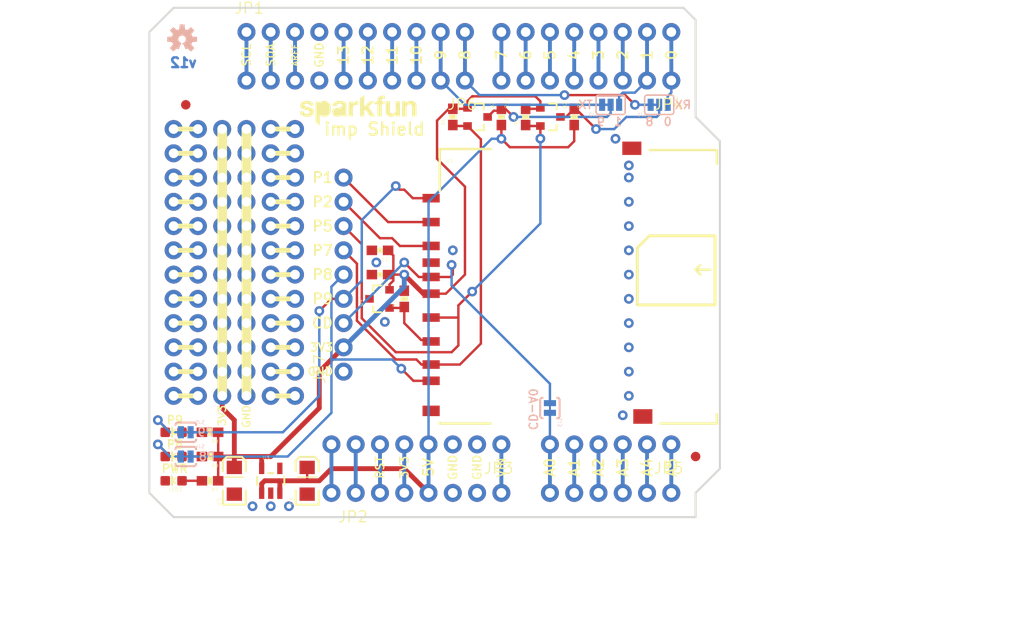
<source format=kicad_pcb>
(kicad_pcb (version 20211014) (generator pcbnew)
  (layers (0 "F.Cu" signal) (31 "B.Cu" signal) (34 "B.Paste" user) (35 "F.Paste" user) (36 "B.SilkS" user "B.Silkscreen") (37 "F.SilkS" user "F.Silkscreen") (38 "B.Mask" user) (39 "F.Mask" user) (44 "Edge.Cuts" user))
  (net 0 "")
  (net 1 "3.3V")
  (net 2 "GND")
  (net 3 "N$2")
  (net 4 "PIN1")
  (net 5 "PIN8")
  (net 6 "PIN9")
  (net 7 "PIN2")
  (net 8 "CD")
  (net 9 "RX")
  (net 10 "TX")
  (net 11 "RESET")
  (net 12 "5V")
  (net 13 "PIN5")
  (net 14 "PIN7")
  (net 15 "D2")
  (net 16 "D3")
  (net 17 "D4")
  (net 18 "D5")
  (net 19 "D6")
  (net 20 "D7")
  (net 21 "D8")
  (net 22 "D9")
  (net 23 "D10")
  (net 24 "D11")
  (net 25 "D12")
  (net 26 "D13")
  (net 27 "AREF")
  (net 28 "VIN")
  (net 29 "A4")
  (net 30 "A3")
  (net 31 "A2")
  (net 32 "A1")
  (net 33 "A0")
  (net 34 "SDA")
  (net 35 "SCL")
  (net 36 "N$10")
  (net 37 "N$11")
  (net 38 "N$17")
  (net 39 "N$22")
  (net 40 "N$12")
  (net 41 "N$13")
  (net 42 "N$14")
  (net 43 "N$31")
  (net 44 "N$36")
  (net 45 "N$15")
  (net 46 "N$49")
  (net 47 "N$24")
  (net 48 "N$29")
  (net 49 "N$40")
  (net 50 "N$45")
  (net 51 "N$48")
  (net 52 "N$55")
  (net 53 "N$56")
  (net 54 "N$61")
  (net 55 "N$64")
  (net 56 "N$69")
  (net 57 "N$70")
  (net 58 "N$75")
  (net 59 "N$78")
  (net 60 "N$83")
  (net 61 "N$84")
  (net 62 "N$89")
  (net 63 "N$92")
  (net 64 "N$97")
  (net 65 "D1")
  (net 66 "D0")
  (net 67 "A5")
  (net 68 "N$99")
  (net 69 "N$100")
  (net 70 "ACTIVITY")
  (net 71 "LINK")
  (net 72 "3.3V-A")
  (footprint "boardEagle:0603-CAP" (layer "F.Cu") (at 142.7861 106.2736 180)
    (fp_text reference "C4")
    (fp_text value "0.1uF")
  )
  (footprint "boardEagle:1X08_NO_SILK" (layer "F.Cu") (at 173.2661 85.9536 180)
    (fp_text reference "JP4")
    (fp_text value "")
  )
  (footprint "boardEagle:0603-RES" (layer "F.Cu") (at 145.3261 108.8136 90)
    (fp_text reference "R1")
    (fp_text value "100k")
  )
  (footprint "boardEagle:1X09_NO_SILK" (layer "F.Cu") (at 138.9761 116.4336 90)
    (fp_text reference "JP7")
    (fp_text value "M09NO_SILK")
  )
  (footprint "boardEagle:0603-RES" (layer "F.Cu") (at 155.4861 89.7636 -90)
    (fp_text reference "R10")
    (fp_text value "10k")
  )
  (footprint "boardEagle:1X02_NO_SILK" (layer "F.Cu") (at 140.2461 129.1336 180)
    (fp_text reference "JP2")
    (fp_text value "")
  )
  (footprint "boardEagle:EIA3216" (layer "F.Cu") (at 127.5461 127.8636 90)
    (fp_text reference "C5")
    (fp_text value "10uF")
  )
  (footprint "boardEagle:SOT23-3" (layer "F.Cu") (at 160.5661 89.7636 -90)
    (fp_text reference "Q2")
    (fp_text value "BSS138")
  )
  (footprint "boardEagle:REVISION" (layer "F.Cu") (at 138.9761 141.8336)
    (fp_text reference "U$6" hide)
    (fp_text value "REVISION" hide)
  )
  (footprint "boardEagle:SOT23-3" (layer "F.Cu") (at 142.7861 108.8136 90)
    (fp_text reference "U4")
    (fp_text value "ATSHA204-TSU")
  )
  (footprint "boardEagle:DUEMILANOVE_SHIELD_NOHOLES_NOLABELS" (layer "F.Cu") (at 118.6561 78.3336 -90)
    (fp_text reference "U2" hide)
    (fp_text value "ARDUINO_SHIELD" hide)
  )
  (footprint "boardEagle:LED-0603" (layer "F.Cu") (at 121.1961 127.8636 90)
    (fp_text reference "LED3")
    (fp_text value "GREEN")
  )
  (footprint "boardEagle:0603-RES" (layer "F.Cu") (at 125.0061 122.7836 180)
    (fp_text reference "R8")
    (fp_text value "330")
  )
  (footprint "boardEagle:FIDUCIAL-1X2" (layer "F.Cu") (at 175.8061 125.3236)
    (fp_text reference "FID1" hide)
    (fp_text value "FIDUCIAL1X2" hide)
  )
  (footprint "boardEagle:FIDUCIAL-1X2" (layer "F.Cu") (at 122.4661 88.4936)
    (fp_text reference "FID2" hide)
    (fp_text value "FIDUCIAL1X2" hide)
  )
  (footprint "boardEagle:SOT23-5" (layer "F.Cu") (at 131.3561 127.8636)
    (fp_text reference "U3")
    (fp_text value "MIC5219-3.3")
  )
  (footprint "boardEagle:EIA3216" (layer "F.Cu") (at 135.1661 127.8636 90)
    (fp_text reference "C3")
    (fp_text value "10uF")
  )
  (footprint "boardEagle:0603-RES" (layer "F.Cu") (at 125.0061 125.3236 180)
    (fp_text reference "R9")
    (fp_text value "330")
  )
  (footprint "boardEagle:LED-0603" (layer "F.Cu") (at 121.1961 125.3236 90)
    (fp_text reference "LED1")
    (fp_text value "RED")
  )
  (footprint "boardEagle:LED-0603" (layer "F.Cu") (at 121.1961 122.7836 90)
    (fp_text reference "LED2")
    (fp_text value "YELLOW")
  )
  (footprint "boardEagle:1X02_NO_SILK" (layer "F.Cu") (at 128.8161 80.8736)
    (fp_text reference "JP1")
    (fp_text value "")
  )
  (footprint "boardEagle:CREATIVE_COMMONS" (layer "F.Cu") (at 127.262287 139.2936)
    (fp_text reference "FRAME1" hide)
    (fp_text value "FRAME-LETTER" hide)
  )
  (footprint "boardEagle:SFE-NEW-WEB" (layer "F.Cu") (at 134.4041 90.6526)
    (fp_text reference "JP10" hide)
    (fp_text value "LOGO-SFENW2" hide)
  )
  (footprint "boardEagle:1X08_NO_SILK" (layer "F.Cu") (at 155.4861 124.0536 180)
    (fp_text reference "JP3")
    (fp_text value "")
  )
  (footprint "boardEagle:0603-RES" (layer "F.Cu") (at 150.4061 89.7636 90)
    (fp_text reference "R6")
    (fp_text value "10k")
  )
  (footprint "boardEagle:SD_1_1" (layer "F.Cu") (at 149.1361 107.5436)
    (fp_text reference "U1")
    (fp_text value "ELECTRIC_IMP")
  )
  (footprint "boardEagle:1X10_NO_SILK" (layer "F.Cu") (at 151.6761 85.9536 180)
    (fp_text reference "JP6")
    (fp_text value "M10SIP_NS")
  )
  (footprint "boardEagle:SOT23-3" (layer "F.Cu") (at 152.9461 89.7636 -90)
    (fp_text reference "Q3")
    (fp_text value "BSS138")
  )
  (footprint "boardEagle:0603-RES" (layer "F.Cu") (at 163.1061 89.7636 -90)
    (fp_text reference "R3")
    (fp_text value "10k")
  )
  (footprint "boardEagle:0603-CAP" (layer "F.Cu") (at 142.7861 103.7336 180)
    (fp_text reference "C1")
    (fp_text value "1.0uF")
  )
  (footprint "boardEagle:0603-RES" (layer "F.Cu") (at 125.0061 127.8636 180)
    (fp_text reference "R7")
    (fp_text value "330")
  )
  (footprint "boardEagle:1X06_NO_SILK" (layer "F.Cu") (at 173.2661 124.0536 180)
    (fp_text reference "JP5")
    (fp_text value "")
  )
  (footprint "boardEagle:0603-RES" (layer "F.Cu") (at 158.0261 89.7636 90)
    (fp_text reference "R2")
    (fp_text value "10k")
  )
  (footprint "boardEagle:SJ_3" (layer "B.Cu") (at 166.9161 88.4936)
    (fp_text reference "SJ2")
    (fp_text value "")
  )
  (footprint "boardEagle:SJ_2S-TRACE" (layer "B.Cu") (at 160.5661 120.2436 90)
    (fp_text reference "SJ3")
    (fp_text value "cd")
  )
  (footprint "boardEagle:SJ_2S-TRACE" (layer "B.Cu") (at 122.4661 125.3236 180)
    (fp_text reference "SJ4")
    (fp_text value "8")
  )
  (footprint "boardEagle:OSHW-LOGO-S" (layer "B.Cu") (at 122.0851 81.6356 180)
    (fp_text reference "U$7" hide)
    (fp_text value "OSHW-LOGOS" hide)
  )
  (footprint "boardEagle:SJ_3" (layer "B.Cu") (at 171.9961 88.4936)
    (fp_text reference "SJ1")
    (fp_text value "")
  )
  (footprint "boardEagle:SJ_2S-TRACE" (layer "B.Cu") (at 122.4661 122.7836 180)
    (fp_text reference "SJ5")
    (fp_text value "2")
  )
  (gr_line (start 170.9801 102.2096) (end 169.7101 103.4796) (layer "F.SilkS") (width 0.3048))
  (gr_line (start 131.3561 113.8936) (end 133.8961 113.8936) (layer "F.SilkS") (width 0.508))
  (gr_line (start 121.1961 103.7336) (end 123.7361 103.7336) (layer "F.SilkS") (width 0.508))
  (gr_line (start 131.3561 106.2736) (end 133.8961 106.2736) (layer "F.SilkS") (width 0.508))
  (gr_line (start 131.3561 111.3536) (end 133.8961 111.3536) (layer "F.SilkS") (width 0.508))
  (gr_line (start 131.3561 118.9736) (end 133.8961 118.9736) (layer "F.SilkS") (width 0.508))
  (gr_line (start 131.3561 96.1136) (end 133.8961 96.1136) (layer "F.SilkS") (width 0.508))
  (gr_line (start 121.1961 101.1936) (end 123.7361 101.1936) (layer "F.SilkS") (width 0.508))
  (gr_line (start 131.3561 93.5736) (end 133.8961 93.5736) (layer "F.SilkS") (width 0.508))
  (gr_line (start 175.8061 105.7656) (end 176.3141 106.2736) (layer "F.SilkS") (width 0.254))
  (gr_line (start 121.1961 91.0336) (end 123.7361 91.0336) (layer "F.SilkS") (width 0.508))
  (gr_line (start 121.1961 111.3536) (end 123.7361 111.3536) (layer "F.SilkS") (width 0.508))
  (gr_line (start 131.3561 103.7336) (end 133.8961 103.7336) (layer "F.SilkS") (width 0.508))
  (gr_line (start 169.7101 109.4486) (end 177.8381 109.4486) (layer "F.SilkS") (width 0.3048))
  (gr_line (start 121.1961 108.8136) (end 123.7361 108.8136) (layer "F.SilkS") (width 0.508))
  (gr_line (start 121.1961 113.8936) (end 123.7361 113.8936) (layer "F.SilkS") (width 0.508))
  (gr_line (start 131.3561 108.8136) (end 133.8961 108.8136) (layer "F.SilkS") (width 0.508))
  (gr_line (start 121.1961 96.1136) (end 123.7361 96.1136) (layer "F.SilkS") (width 0.508))
  (gr_line (start 128.8161 91.0336) (end 128.8161 118.9736) (layer "F.SilkS") (width 1.016))
  (gr_line (start 175.8061 105.7656) (end 177.3301 105.7656) (layer "F.SilkS") (width 0.254))
  (gr_line (start 121.1961 98.6536) (end 123.7361 98.6536) (layer "F.SilkS") (width 0.508))
  (gr_line (start 177.8381 109.4486) (end 177.8381 102.2096) (layer "F.SilkS") (width 0.3048))
  (gr_line (start 121.1961 106.2736) (end 123.7361 106.2736) (layer "F.SilkS") (width 0.508))
  (gr_line (start 121.1961 116.4336) (end 123.7361 116.4336) (layer "F.SilkS") (width 0.508))
  (gr_line (start 131.3561 98.6536) (end 133.8961 98.6536) (layer "F.SilkS") (width 0.508))
  (gr_line (start 121.1961 118.9736) (end 123.7361 118.9736) (layer "F.SilkS") (width 0.508))
  (gr_line (start 177.8381 102.2096) (end 170.9801 102.2096) (layer "F.SilkS") (width 0.3048))
  (gr_line (start 131.3561 101.1936) (end 133.8961 101.1936) (layer "F.SilkS") (width 0.508))
  (gr_line (start 131.3561 91.0336) (end 133.8961 91.0336) (layer "F.SilkS") (width 0.508))
  (gr_line (start 121.1961 93.5736) (end 123.7361 93.5736) (layer "F.SilkS") (width 0.508))
  (gr_line (start 175.8061 105.7656) (end 176.3141 105.2576) (layer "F.SilkS") (width 0.254))
  (gr_line (start 169.7101 103.4796) (end 169.7101 109.4486) (layer "F.SilkS") (width 0.3048))
  (gr_line (start 131.3561 116.4336) (end 133.8961 116.4336) (layer "F.SilkS") (width 0.508))
  (gr_line (start 126.2761 91.0336) (end 126.2761 118.9736) (layer "F.SilkS") (width 1.016))
  (gr_line (start 175.8061 89.7636) (end 178.3461 92.3036) (layer "Edge.Cuts") (width 0.2032))
  (gr_line (start 178.3461 126.5936) (end 175.8061 129.1336) (layer "Edge.Cuts") (width 0.2032))
  (gr_line (start 175.8061 129.1336) (end 175.8061 131.6736) (layer "Edge.Cuts") (width 0.2032))
  (gr_line (start 175.8061 131.6736) (end 121.1961 131.6736) (layer "Edge.Cuts") (width 0.2032))
  (gr_line (start 174.5361 78.3336) (end 175.8061 79.6036) (layer "Edge.Cuts") (width 0.2032))
  (gr_line (start 118.6561 129.1336) (end 118.6561 80.8736) (layer "Edge.Cuts") (width 0.2032))
  (gr_line (start 178.3461 92.3036) (end 178.3461 126.5936) (layer "Edge.Cuts") (width 0.2032))
  (gr_line (start 121.1961 131.6736) (end 118.6561 129.1336) (layer "Edge.Cuts") (width 0.2032))
  (gr_line (start 175.8061 79.6036) (end 175.8061 89.7636) (layer "Edge.Cuts") (width 0.2032))
  (gr_line (start 118.6561 80.8736) (end 121.1961 78.3336) (layer "Edge.Cuts") (width 0.2032))
  (gr_line (start 121.1961 78.3336) (end 174.5361 78.3336) (layer "Edge.Cuts") (width 0.2032))
  (gr_text "v12" (at 123.7361 84.6836) (layer "B.Cu") (effects (font (size 1.016 1.016) (thickness 0.254)) (justify left bottom mirror)))
  (gr_text "P9" (at 123.6091 122.7836) (layer "B.SilkS") (effects (font (size 0.8636 0.8636) (thickness 0.1524)) (justify right mirror)))
  (gr_text "1" (at 167.6781 89.7636) (layer "B.SilkS") (effects (font (size 0.8636 0.8636) (thickness 0.1524)) (justify top mirror)))
  (gr_text "9" (at 165.9001 89.7636) (layer "B.SilkS") (effects (font (size 0.8636 0.8636) (thickness 0.1524)) (justify top mirror)))
  (gr_text "8" (at 170.9801 89.7636) (layer "B.SilkS") (effects (font (size 0.8636 0.8636) (thickness 0.1524)) (justify top mirror)))
  (gr_text "0" (at 172.8851 89.7636) (layer "B.SilkS") (effects (font (size 0.8636 0.8636) (thickness 0.1524)) (justify top mirror)))
  (gr_text "RX" (at 175.4251 89.0016) (layer "B.SilkS") (effects (font (size 0.8636 0.8636) (thickness 0.1524)) (justify left bottom mirror)))
  (gr_text "TX" (at 165.1381 89.0016) (layer "B.SilkS") (effects (font (size 0.8636 0.8636) (thickness 0.1524)) (justify left bottom mirror)))
  (gr_text "CD-A0" (at 158.7881 122.6566 -90) (layer "B.SilkS") (effects (font (size 0.8636 0.8636) (thickness 0.1524)) (justify left mirror)))
  (gr_text "P8" (at 123.7361 125.3236) (layer "B.SilkS") (effects (font (size 0.8636 0.8636) (thickness 0.1524)) (justify right mirror)))
  (gr_text "3V3" (at 137.9601 113.8936) (layer "F.SilkS") (effects (font (size 0.8636 0.8636) (thickness 0.1524)) (justify right)))
  (gr_text "P7" (at 137.9601 103.7336) (layer "F.SilkS") (effects (font (size 1.0795 1.0795) (thickness 0.1905)) (justify right)))
  (gr_text "0" (at 173.2661 83.2866 90) (layer "F.SilkS") (effects (font (size 1.0795 1.0795) (thickness 0.1905))))
  (gr_text "VIN" (at 155.4861 126.4666 90) (layer "F.SilkS") (effects (font (size 0.8636 0.8636) (thickness 0.1524))))
  (gr_text "GND" (at 137.9601 116.4336) (layer "F.SilkS") (effects (font (size 0.8636 0.8636) (thickness 0.1524)) (justify right)))
  (gr_text "7" (at 155.4861 83.2866 90) (layer "F.SilkS") (effects (font (size 1.0795 1.0795) (thickness 0.1905))))
  (gr_text "A5" (at 173.2661 126.4666 90) (layer "F.SilkS") (effects (font (size 1.0795 1.0795) (thickness 0.1905))))
  (gr_text "3V3" (at 126.2761 119.8626 90) (layer "F.SilkS") (effects (font (size 0.77724 0.77724) (thickness 0.13716)) (justify right)))
  (gr_text "5V" (at 147.8661 126.4666 90) (layer "F.SilkS") (effects (font (size 1.0795 1.0795) (thickness 0.1905))))
  (gr_text "6" (at 158.0261 83.2866 90) (layer "F.SilkS") (effects (font (size 1.0795 1.0795) (thickness 0.1905))))
  (gr_text "imp Shield" (at 136.8171 91.7956) (layer "F.SilkS") (effects (font (size 1.2954 1.2954) (thickness 0.2286)) (justify left bottom)))
  (gr_text "P9" (at 121.3231 121.5136) (layer "F.SilkS") (effects (font (size 0.8636 0.8636) (thickness 0.1524))))
  (gr_text "8" (at 151.6761 83.2866 90) (layer "F.SilkS") (effects (font (size 1.0795 1.0795) (thickness 0.1905))))
  (gr_text "3" (at 165.6461 83.2866 90) (layer "F.SilkS") (effects (font (size 1.0795 1.0795) (thickness 0.1905))))
  (gr_text "CD" (at 137.9601 111.3536) (layer "F.SilkS") (effects (font (size 1.0795 1.0795) (thickness 0.1905)) (justify right)))
  (gr_text "A1" (at 163.1061 126.4666 90) (layer "F.SilkS") (effects (font (size 1.0795 1.0795) (thickness 0.1905))))
  (gr_text "10" (at 146.5961 83.2866 90) (layer "F.SilkS") (effects (font (size 1.0795 1.0795) (thickness 0.1905))))
  (gr_text "A2" (at 165.6461 126.4666 90) (layer "F.SilkS") (effects (font (size 1.0795 1.0795) (thickness 0.1905))))
  (gr_text "1" (at 170.7261 83.2866 90) (layer "F.SilkS") (effects (font (size 1.0795 1.0795) (thickness 0.1905))))
  (gr_text "5" (at 160.5661 83.2866 90) (layer "F.SilkS") (effects (font (size 1.0795 1.0795) (thickness 0.1905))))
  (gr_text "12" (at 141.5161 83.2866 90) (layer "F.SilkS") (effects (font (size 1.0795 1.0795) (thickness 0.1905))))
  (gr_text "13" (at 138.9761 83.2866 90) (layer "F.SilkS") (effects (font (size 1.0795 1.0795) (thickness 0.1905))))
  (gr_text "RST" (at 142.7861 126.4666 90) (layer "F.SilkS") (effects (font (size 0.8636 0.8636) (thickness 0.1524))))
  (gr_text "GND" (at 136.4361 83.2866 90) (layer "F.SilkS") (effects (font (size 0.8636 0.8636) (thickness 0.1524))))
  (gr_text "A0" (at 160.5661 126.4666 90) (layer "F.SilkS") (effects (font (size 1.0795 1.0795) (thickness 0.1905))))
  (gr_text "4" (at 163.1061 83.2866 90) (layer "F.SilkS") (effects (font (size 1.0795 1.0795) (thickness 0.1905))))
  (gr_text "PWR" (at 121.3231 126.5936) (layer "F.SilkS") (effects (font (size 0.8636 0.8636) (thickness 0.1524))))
  (gr_text "GND" (at 150.4061 126.4666 90) (layer "F.SilkS") (effects (font (size 0.8636 0.8636) (thickness 0.1524))))
  (gr_text "A3" (at 168.1861 126.4666 90) (layer "F.SilkS") (effects (font (size 1.0795 1.0795) (thickness 0.1905))))
  (gr_text "9" (at 149.1361 83.2866 90) (layer "F.SilkS") (effects (font (size 1.0795 1.0795) (thickness 0.1905))))
  (gr_text "SDA" (at 131.3561 83.2866 90) (layer "F.SilkS") (effects (font (size 0.8636 0.8636) (thickness 0.1524))))
  (gr_text "11" (at 144.0561 83.2866 90) (layer "F.SilkS") (effects (font (size 1.0795 1.0795) (thickness 0.1905))))
  (gr_text "3V3" (at 145.3261 126.4666 90) (layer "F.SilkS") (effects (font (size 0.8636 0.8636) (thickness 0.1524))))
  (gr_text "P8" (at 121.3231 124.0536) (layer "F.SilkS") (effects (font (size 0.8636 0.8636) (thickness 0.1524))))
  (gr_text "P5" (at 137.9601 101.1936) (layer "F.SilkS") (effects (font (size 1.0795 1.0795) (thickness 0.1905)) (justify right)))
  (gr_text "GND" (at 152.9461 126.4666 90) (layer "F.SilkS") (effects (font (size 0.8636 0.8636) (thickness 0.1524))))
  (gr_text "A4" (at 170.7261 126.4666 90) (layer "F.SilkS") (effects (font (size 1.0795 1.0795) (thickness 0.1905))))
  (gr_text "GND" (at 128.8161 119.8626 90) (layer "F.SilkS") (effects (font (size 0.77724 0.77724) (thickness 0.13716)) (justify right)))
  (gr_text "P9" (at 137.9601 108.8136) (layer "F.SilkS") (effects (font (size 1.0795 1.0795) (thickness 0.1905)) (justify right)))
  (gr_text "P1" (at 137.9601 96.1136) (layer "F.SilkS") (effects (font (size 1.0795 1.0795) (thickness 0.1905)) (justify right)))
  (gr_text "P8" (at 137.9601 106.2736) (layer "F.SilkS") (effects (font (size 1.0795 1.0795) (thickness 0.1905)) (justify right)))
  (gr_text "SCL" (at 128.8161 83.2866 90) (layer "F.SilkS") (effects (font (size 0.8636 0.8636) (thickness 0.1524))))
  (gr_text "P2" (at 137.9601 98.6536) (layer "F.SilkS") (effects (font (size 1.0795 1.0795) (thickness 0.1905)) (justify right)))
  (gr_text "2" (at 168.1861 83.2866 90) (layer "F.SilkS") (effects (font (size 1.0795 1.0795) (thickness 0.1905))))
  (gr_text "AREF" (at 133.8961 83.2866 90) (layer "F.SilkS") (effects (font (size 0.6477 0.6477) (thickness 0.1143))))
  (segment (start 144.1831 106.2736) (end 145.3261 106.2736) (width 0.254) (layer "F.Cu") (net 1))
  (segment (start 130.3401 125.3236) (end 131.3561 125.3236) (width 0.508) (layer "F.Cu") (net 1))
  (segment (start 127.5461 125.3236) (end 130.3401 125.3236) (width 0.508) (layer "F.Cu") (net 1))
  (segment (start 144.1831 106.2736) (end 144.1831 104.2806) (width 0.254) (layer "F.Cu") (net 1))
  (segment (start 136.4361 120.2436) (end 131.3561 125.3236) (width 0.508) (layer "F.Cu") (net 1))
  (segment (start 148.1361 108.2736) (end 149.6761 108.2736) (width 0.254) (layer "F.Cu") (net 1))
  (segment (start 130.4061 126.5635) (end 130.4061 125.3896) (width 0.508) (layer "F.Cu") (net 1))
  (segment (start 150.4061 88.9136) (end 151.8461 88.9136) (width 0.254) (layer "F.Cu") (net 1))
  (segment (start 144.1831 106.9086) (end 144.1831 106.2736) (width 0.254) (layer "F.Cu") (net 1))
  (segment (start 151.9461 88.8136) (end 151.9461 88.0966) (width 0.254) (layer "F.Cu") (net 1))
  (segment (start 143.7861 107.8636) (end 143.7861 107.3056) (width 0.254) (layer "F.Cu") (net 1))
  (segment (start 125.8561 125.3236) (end 127.5461 125.3236) (width 0.4064) (layer "F.Cu") (net 1))
  (segment (start 127.5461 121.5136) (end 127.5461 125.3236) (width 0.508) (layer "F.Cu") (net 1))
  (segment (start 159.4661 88.9136) (end 159.5661 88.8136) (width 0.254) (layer "F.Cu") (net 1))
  (segment (start 151.6761 97.0636) (end 148.7551 94.1426) (width 0.254) (layer "F.Cu") (net 1))
  (segment (start 147.3261 108.2736) (end 145.3261 106.2736) (width 0.508) (layer "F.Cu") (net 1))
  (segment (start 149.6761 108.2736) (end 151.6761 106.2736) (width 0.254) (layer "F.Cu") (net 1))
  (segment (start 145.3261 107.9636) (end 145.3261 106.2736) (width 0.254) (layer "F.Cu") (net 1))
  (segment (start 136.4361 116.4336) (end 136.4361 120.2436) (width 0.508) (layer "F.Cu") (net 1))
  (segment (start 126.2761 120.2436) (end 127.5461 121.5136) (width 0.508) (layer "F.Cu") (net 1))
  (segment (start 148.7551 94.1426) (end 148.7551 90.1446) (width 0.254) (layer "F.Cu") (net 1))
  (segment (start 125.8561 125.3236) (end 125.8561 122.7836) (width 0.254) (layer "F.Cu") (net 1))
  (segment (start 148.1361 108.2736) (end 147.3261 108.2736) (width 0.508) (layer "F.Cu") (net 1))
  (segment (start 152.4381 87.6046) (end 159.0421 87.6046) (width 0.254) (layer "F.Cu") (net 1))
  (segment (start 158.0261 88.9136) (end 159.4661 88.9136) (width 0.254) (layer "F.Cu") (net 1))
  (segment (start 138.9761 113.8936) (end 136.4361 116.4336) (width 0.508) (layer "F.Cu") (net 1))
  (segment (start 125.8561 127.8636) (end 125.8561 125.3236) (width 0.254) (layer "F.Cu") (net 1))
  (segment (start 127.5461 126.4636) (end 127.5461 125.3236) (width 0.508) (layer "F.Cu") (net 1))
  (segment (start 149.9861 88.9136) (end 148.7551 90.1446) (width 0.254) (layer "F.Cu") (net 1))
  (segment (start 151.6761 106.2736) (end 151.6761 97.0636) (width 0.254) (layer "F.Cu") (net 1))
  (segment (start 151.9461 88.0966) (end 152.4381 87.6046) (width 0.254) (layer "F.Cu") (net 1))
  (segment (start 159.0421 87.6046) (end 159.5661 88.1286) (width 0.254) (layer "F.Cu") (net 1))
  (segment (start 143.6361 106.2736) (end 144.1831 106.2736) (width 0.254) (layer "F.Cu") (net 1))
  (segment (start 143.7861 107.3056) (end 144.1831 106.9086) (width 0.254) (layer "F.Cu") (net 1))
  (segment (start 130.4061 125.3896) (end 130.3401 125.3236) (width 0.4064) (layer "F.Cu") (net 1))
  (segment (start 151.8461 88.9136) (end 151.9461 88.8136) (width 0.254) (layer "F.Cu") (net 1))
  (segment (start 126.2761 118.9736) (end 126.2761 120.2436) (width 0.508) (layer "F.Cu") (net 1))
  (segment (start 159.5661 88.8136) (end 159.5661 88.1286) (width 0.254) (layer "F.Cu") (net 1))
  (segment (start 144.1831 104.2806) (end 143.6361 103.7336) (width 0.254) (layer "F.Cu") (net 1))
  (segment (start 150.4061 88.9136) (end 149.9861 88.9136) (width 0.254) (layer "F.Cu") (net 1))
  (via (at 126.2761 103.7336) (size 1.8796) (drill 1.016) (layers "F.Cu" "B.Cu") (net 1))
  (via (at 145.3261 106.2736) (size 1.016) (drill 0.508) (layers "F.Cu" "B.Cu") (net 1))
  (via (at 126.2761 116.4336) (size 1.8796) (drill 1.016) (layers "F.Cu" "B.Cu") (net 1))
  (via (at 126.2761 96.1136) (size 1.8796) (drill 1.016) (layers "F.Cu" "B.Cu") (net 1))
  (via (at 126.2761 113.8936) (size 1.8796) (drill 1.016) (layers "F.Cu" "B.Cu") (net 1))
  (via (at 126.2761 98.6536) (size 1.8796) (drill 1.016) (layers "F.Cu" "B.Cu") (net 1))
  (via (at 126.2761 118.9736) (size 1.8796) (drill 1.016) (layers "F.Cu" "B.Cu") (net 1))
  (via (at 126.2761 106.2736) (size 1.8796) (drill 1.016) (layers "F.Cu" "B.Cu") (net 1))
  (via (at 126.2761 101.1936) (size 1.8796) (drill 1.016) (layers "F.Cu" "B.Cu") (net 1))
  (via (at 126.2761 111.3536) (size 1.8796) (drill 1.016) (layers "F.Cu" "B.Cu") (net 1))
  (via (at 126.2761 93.5736) (size 1.8796) (drill 1.016) (layers "F.Cu" "B.Cu") (net 1))
  (via (at 126.2761 91.0336) (size 1.8796) (drill 1.016) (layers "F.Cu" "B.Cu") (net 1))
  (via (at 126.2761 108.8136) (size 1.8796) (drill 1.016) (layers "F.Cu" "B.Cu") (net 1))
  (segment (start 126.2761 118.9736) (end 126.2761 116.4336) (width 0.508) (layer "B.Cu") (net 1))
  (segment (start 126.2761 108.8136) (end 126.2761 106.2736) (width 0.508) (layer "B.Cu") (net 1))
  (segment (start 126.2761 103.7336) (end 126.2761 101.1936) (width 0.508) (layer "B.Cu") (net 1))
  (segment (start 126.2761 113.8936) (end 126.2761 111.3536) (width 0.508) (layer "B.Cu") (net 1))
  (segment (start 126.2761 111.3536) (end 126.2761 108.8136) (width 0.508) (layer "B.Cu") (net 1))
  (segment (start 126.2761 106.2736) (end 126.2761 103.7336) (width 0.508) (layer "B.Cu") (net 1))
  (segment (start 126.2761 93.5736) (end 126.2761 91.0336) (width 0.508) (layer "B.Cu") (net 1))
  (segment (start 126.2761 101.1936) (end 126.2761 98.6536) (width 0.508) (layer "B.Cu") (net 1))
  (segment (start 145.3261 106.2736) (end 145.3261 107.5436) (width 0.508) (layer "B.Cu") (net 1))
  (segment (start 126.2761 98.6536) (end 126.2761 96.1136) (width 0.508) (layer "B.Cu") (net 1))
  (segment (start 126.2761 96.1136) (end 126.2761 93.5736) (width 0.508) (layer "B.Cu") (net 1))
  (segment (start 126.2761 116.4336) (end 126.2761 113.8936) (width 0.508) (layer "B.Cu") (net 1))
  (segment (start 145.3261 107.5436) (end 138.9761 113.8936) (width 0.508) (layer "B.Cu") (net 1))
  (via (at 128.8161 93.5736) (size 1.8796) (drill 1.016) (layers "F.Cu" "B.Cu") (net 2))
  (via (at 168.8211 108.8136) (size 1.016) (drill 0.508) (layers "F.Cu" "B.Cu") (net 2))
  (via (at 168.8211 101.1936) (size 1.016) (drill 0.508) (layers "F.Cu" "B.Cu") (net 2))
  (via (at 128.8161 118.9736) (size 1.8796) (drill 1.016) (layers "F.Cu" "B.Cu") (net 2))
  (via (at 128.8161 113.8936) (size 1.8796) (drill 1.016) (layers "F.Cu" "B.Cu") (net 2))
  (via (at 128.8161 106.2736) (size 1.8796) (drill 1.016) (layers "F.Cu" "B.Cu") (net 2))
  (via (at 128.8161 111.3536) (size 1.8796) (drill 1.016) (layers "F.Cu" "B.Cu") (net 2))
  (via (at 128.8161 98.6536) (size 1.8796) (drill 1.016) (layers "F.Cu" "B.Cu") (net 2))
  (via (at 143.2941 111.2266) (size 1.016) (drill 0.508) (layers "F.Cu" "B.Cu") (net 2))
  (via (at 168.8211 118.9736) (size 1.016) (drill 0.508) (layers "F.Cu" "B.Cu") (net 2))
  (via (at 168.8211 113.8936) (size 1.016) (drill 0.508) (layers "F.Cu" "B.Cu") (net 2))
  (via (at 167.4241 92.0496) (size 1.016) (drill 0.508) (layers "F.Cu" "B.Cu") (net 2))
  (via (at 129.4511 130.5306) (size 1.016) (drill 0.508) (layers "F.Cu" "B.Cu") (net 2))
  (via (at 128.8161 96.1136) (size 1.8796) (drill 1.016) (layers "F.Cu" "B.Cu") (net 2))
  (via (at 168.8211 103.7336) (size 1.016) (drill 0.508) (layers "F.Cu" "B.Cu") (net 2))
  (via (at 133.2611 130.5306) (size 1.016) (drill 0.508) (layers "F.Cu" "B.Cu") (net 2))
  (via (at 142.4051 105.0036) (size 1.016) (drill 0.508) (layers "F.Cu" "B.Cu") (net 2))
  (via (at 128.8161 116.4336) (size 1.8796) (drill 1.016) (layers "F.Cu" "B.Cu") (net 2))
  (via (at 168.8211 96.1136) (size 1.016) (drill 0.508) (layers "F.Cu" "B.Cu") (net 2))
  (via (at 128.8161 103.7336) (size 1.8796) (drill 1.016) (layers "F.Cu" "B.Cu") (net 2))
  (via (at 168.8211 111.3536) (size 1.016) (drill 0.508) (layers "F.Cu" "B.Cu") (net 2))
  (via (at 131.3561 130.5306) (size 1.016) (drill 0.508) (layers "F.Cu" "B.Cu") (net 2))
  (via (at 168.8211 98.6536) (size 1.016) (drill 0.508) (layers "F.Cu" "B.Cu") (net 2))
  (via (at 168.8211 116.4336) (size 1.016) (drill 0.508) (layers "F.Cu" "B.Cu") (net 2))
  (via (at 128.8161 101.1936) (size 1.8796) (drill 1.016) (layers "F.Cu" "B.Cu") (net 2))
  (via (at 168.1861 121.0056) (size 1.016) (drill 0.508) (layers "F.Cu" "B.Cu") (net 2))
  (via (at 128.8161 91.0336) (size 1.8796) (drill 1.016) (layers "F.Cu" "B.Cu") (net 2))
  (via (at 150.4061 103.7336) (size 1.016) (drill 0.508) (layers "F.Cu" "B.Cu") (net 2))
  (via (at 128.8161 108.8136) (size 1.8796) (drill 1.016) (layers "F.Cu" "B.Cu") (net 2))
  (via (at 168.8211 94.8436) (size 1.016) (drill 0.508) (layers "F.Cu" "B.Cu") (net 2))
  (via (at 168.8211 106.2736) (size 1.016) (drill 0.508) (layers "F.Cu" "B.Cu") (net 2))
  (segment (start 145.2261 109.7636) (end 145.3261 109.6636) (width 0.254) (layer "F.Cu") (net 3))
  (segment (start 145.3261 111.3536) (end 145.3261 109.6636) (width 0.254) (layer "F.Cu") (net 3))
  (segment (start 147.9941 113.1316) (end 147.1041 113.1316) (width 0.254) (layer "F.Cu") (net 3))
  (segment (start 143.7861 109.7636) (end 145.2261 109.7636) (width 0.254) (layer "F.Cu") (net 3))
  (segment (start 147.9941 113.1316) (end 148.1361 113.2736) (width 0.254) (layer "F.Cu") (net 3))
  (segment (start 147.1041 113.1316) (end 145.3261 111.3536) (width 0.254) (layer "F.Cu") (net 3))
  (segment (start 148.1361 100.7736) (end 143.6361 100.7736) (width 0.254) (layer "F.Cu") (net 4))
  (segment (start 143.6361 100.7736) (end 138.9761 96.1136) (width 0.254) (layer "F.Cu") (net 4))
  (segment (start 148.1361 117.3936) (end 146.2861 117.3936) (width 0.254) (layer "F.Cu") (net 5))
  (segment (start 146.2861 117.3936) (end 145.0161 116.1236) (width 0.254) (layer "F.Cu") (net 5))
  (via (at 145.0161 116.1236) (size 1.016) (drill 0.508) (layers "F.Cu" "B.Cu") (net 5))
  (segment (start 133.1341 125.3236) (end 137.7061 120.7516) (width 0.254) (layer "B.Cu") (net 5))
  (segment (start 145.0161 116.1236) (end 144.0561 115.1636) (width 0.254) (layer "B.Cu") (net 5))
  (segment (start 144.0561 115.1636) (end 137.7061 115.1636) (width 0.254) (layer "B.Cu") (net 5))
  (segment (start 137.7061 115.1636) (end 137.7061 120.7516) (width 0.254) (layer "B.Cu") (net 5))
  (segment (start 138.9761 106.2736) (end 137.7061 107.5436) (width 0.254) (layer "B.Cu") (net 5))
  (segment (start 137.7061 107.5436) (end 137.7061 115.1636) (width 0.254) (layer "B.Cu") (net 5))
  (segment (start 122.9741 125.3236) (end 133.1341 125.3236) (width 0.254) (layer "B.Cu") (net 5))
  (segment (start 148.1361 98.2736) (end 146.2161 98.2736) (width 0.254) (layer "F.Cu") (net 6))
  (segment (start 138.9761 108.8136) (end 137.7061 108.8136) (width 0.254) (layer "F.Cu") (net 6))
  (segment (start 145.3261 97.3836) (end 144.8161 97.3836) (width 0.254) (layer "F.Cu") (net 6))
  (segment (start 146.2161 98.2736) (end 145.3261 97.3836) (width 0.254) (layer "F.Cu") (net 6))
  (segment (start 137.7061 108.8136) (end 136.4361 110.0836) (width 0.254) (layer "F.Cu") (net 6))
  (segment (start 144.8161 97.3836) (end 144.4361 97.0036) (width 0.254) (layer "F.Cu") (net 6))
  (via (at 144.4361 97.0036) (size 1.016) (drill 0.508) (layers "F.Cu" "B.Cu") (net 6))
  (via (at 136.4361 110.0836) (size 1.016) (drill 0.508) (layers "F.Cu" "B.Cu") (net 6))
  (segment (start 136.4361 118.9736) (end 132.6261 122.7836) (width 0.254) (layer "B.Cu") (net 6))
  (segment (start 140.8811 100.5586) (end 144.4361 97.0036) (width 0.254) (layer "B.Cu") (net 6))
  (segment (start 132.6261 122.7836) (end 122.9741 122.7836) (width 0.254) (layer "B.Cu") (net 6))
  (segment (start 140.8811 100.5586) (end 140.8811 106.9086) (width 0.254) (layer "B.Cu") (net 6))
  (segment (start 136.4361 110.0836) (end 136.4361 118.9736) (width 0.254) (layer "B.Cu") (net 6))
  (segment (start 138.9761 108.8136) (end 140.8811 106.9086) (width 0.254) (layer "B.Cu") (net 6))
  (segment (start 144.0561 102.4636) (end 142.7861 102.4636) (width 0.254) (layer "F.Cu") (net 7))
  (segment (start 148.1361 103.2736) (end 144.8661 103.2736) (width 0.254) (layer "F.Cu") (net 7))
  (segment (start 144.8661 103.2736) (end 144.0561 102.4636) (width 0.254) (layer "F.Cu") (net 7))
  (segment (start 142.7861 102.4636) (end 138.9761 98.6536) (width 0.254) (layer "F.Cu") (net 7))
  (segment (start 148.1361 106.5236) (end 146.8461 106.5236) (width 0.254) (layer "F.Cu") (net 8))
  (segment (start 146.8461 106.5236) (end 145.3261 105.0036) (width 0.254) (layer "F.Cu") (net 8))
  (segment (start 148.1361 106.5236) (end 150.1561 106.5236) (width 0.254) (layer "F.Cu") (net 8))
  (segment (start 150.4061 106.2736) (end 150.4061 105.3846) (width 0.254) (layer "F.Cu") (net 8))
  (segment (start 150.1561 106.5236) (end 150.4061 106.2736) (width 0.254) (layer "F.Cu") (net 8))
  (segment (start 145.3261 105.0036) (end 145.5761 105.2536) (width 0.254) (layer "F.Cu") (net 8))
  (segment (start 150.4061 105.3846) (end 150.2791 105.2576) (width 0.254) (layer "F.Cu") (net 8))
  (segment (start 150.2751 105.2536) (end 150.2791 105.2576) (width 0.254) (layer "F.Cu") (net 8))
  (via (at 150.2791 105.2576) (size 1.016) (drill 0.508) (layers "F.Cu" "B.Cu") (net 8))
  (via (at 145.3261 105.0036) (size 1.016) (drill 0.508) (layers "F.Cu" "B.Cu") (net 8))
  (segment (start 138.9761 111.3536) (end 145.3261 105.0036) (width 0.254) (layer "B.Cu") (net 8))
  (segment (start 150.2791 107.4166) (end 160.5661 117.7036) (width 0.254) (layer "B.Cu") (net 8))
  (segment (start 160.5661 119.7356) (end 160.5661 117.7036) (width 0.254) (layer "B.Cu") (net 8))
  (segment (start 150.2791 105.2576) (end 150.2791 107.4166) (width 0.254) (layer "B.Cu") (net 8))
  (segment (start 163.1061 88.9136) (end 163.2721 88.9136) (width 0.254) (layer "F.Cu") (net 9))
  (segment (start 162.2561 89.7636) (end 163.1061 88.9136) (width 0.254) (layer "F.Cu") (net 9))
  (segment (start 161.6661 89.7636) (end 162.2561 89.7636) (width 0.254) (layer "F.Cu") (net 9))
  (segment (start 163.2721 88.9136) (end 165.3921 91.0336) (width 0.254) (layer "F.Cu") (net 9))
  (via (at 165.3921 91.0336) (size 1.016) (drill 0.508) (layers "F.Cu" "B.Cu") (net 9))
  (segment (start 171.7421 89.7636) (end 171.9961 89.5096) (width 0.254) (layer "B.Cu") (net 9))
  (segment (start 167.2971 91.0336) (end 168.5671 89.7636) (width 0.254) (layer "B.Cu") (net 9))
  (segment (start 171.9961 88.4936) (end 171.9961 89.5096) (width 0.254) (layer "B.Cu") (net 9))
  (segment (start 165.3921 91.0336) (end 167.2971 91.0336) (width 0.254) (layer "B.Cu") (net 9))
  (segment (start 168.5671 89.7636) (end 171.7421 89.7636) (width 0.254) (layer "B.Cu") (net 9))
  (segment (start 155.2861 89.1136) (end 155.4861 88.9136) (width 0.254) (layer "F.Cu") (net 10))
  (segment (start 155.2861 89.1136) (end 154.6961 89.1136) (width 0.254) (layer "F.Cu") (net 10))
  (segment (start 154.6961 89.1136) (end 154.0461 89.7636) (width 0.254) (layer "F.Cu") (net 10))
  (segment (start 155.4861 88.9136) (end 155.9061 88.9136) (width 0.254) (layer "F.Cu") (net 10))
  (segment (start 155.9061 88.9136) (end 156.7561 89.7636) (width 0.254) (layer "F.Cu") (net 10))
  (segment (start 154.0461 89.7636) (end 154.3431 89.7636) (width 0.254) (layer "F.Cu") (net 10))
  (via (at 156.7561 89.7636) (size 1.016) (drill 0.508) (layers "F.Cu" "B.Cu") (net 10))
  (segment (start 166.5351 89.7636) (end 166.9161 89.3826) (width 0.254) (layer "B.Cu") (net 10))
  (segment (start 166.9161 88.4936) (end 166.9161 89.3826) (width 0.254) (layer "B.Cu") (net 10))
  (segment (start 166.5351 89.7636) (end 156.7561 89.7636) (width 0.254) (layer "B.Cu") (net 10))
  (segment (start 142.7861 129.1336) (end 142.7861 124.0536) (width 0.4064) (layer "B.Cu") (net 11))
  (segment (start 137.7061 126.5936) (end 145.3261 126.5936) (width 0.508) (layer "F.Cu") (net 12))
  (segment (start 156.3751 92.9386) (end 155.4861 92.0496) (width 0.254) (layer "F.Cu") (net 12))
  (segment (start 135.1661 126.4636) (end 135.1661 127.8636) (width 0.254) (layer "F.Cu") (net 12))
  (segment (start 132.2451 127.8636) (end 135.1661 127.8636) (width 0.508) (layer "F.Cu") (net 12))
  (segment (start 130.4061 128.1786) (end 130.7211 127.8636) (width 0.508) (layer "F.Cu") (net 12))
  (segment (start 136.4361 127.8636) (end 137.7061 126.5936) (width 0.508) (layer "F.Cu") (net 12))
  (segment (start 145.3261 126.5936) (end 147.8661 129.1336) (width 0.508) (layer "F.Cu") (net 12))
  (segment (start 162.4711 92.9386) (end 156.3751 92.9386) (width 0.254) (layer "F.Cu") (net 12))
  (segment (start 163.1061 92.3036) (end 162.4711 92.9386) (width 0.254) (layer "F.Cu") (net 12))
  (segment (start 132.3061 129.1637) (end 132.3061 127.9246) (width 0.508) (layer "F.Cu") (net 12))
  (segment (start 130.7211 127.8636) (end 132.2451 127.8636) (width 0.508) (layer "F.Cu") (net 12))
  (segment (start 155.4861 90.6136) (end 155.4861 92.0496) (width 0.254) (layer "F.Cu") (net 12))
  (segment (start 163.1061 90.6136) (end 163.1061 92.3036) (width 0.254) (layer "F.Cu") (net 12))
  (segment (start 132.3061 127.9246) (end 132.2451 127.8636) (width 0.4064) (layer "F.Cu") (net 12))
  (segment (start 135.1661 127.8636) (end 136.4361 127.8636) (width 0.508) (layer "F.Cu") (net 12))
  (segment (start 130.4061 129.1637) (end 130.4061 128.1786) (width 0.508) (layer "F.Cu") (net 12))
  (via (at 155.4861 92.0496) (size 1.016) (drill 0.508) (layers "F.Cu" "B.Cu") (net 12))
  (segment (start 154.4701 92.0496) (end 147.8661 98.6536) (width 0.254) (layer "B.Cu") (net 12))
  (segment (start 147.8661 129.1336) (end 147.8661 124.0536) (width 0.4064) (layer "B.Cu") (net 12))
  (segment (start 147.8661 124.0536) (end 147.8661 98.6536) (width 0.254) (layer "B.Cu") (net 12))
  (segment (start 155.4861 92.0496) (end 154.4701 92.0496) (width 0.254) (layer "B.Cu") (net 12))
  (segment (start 150.9861 113.6946) (end 150.2791 114.4016) (width 0.254) (layer "F.Cu") (net 13))
  (segment (start 159.5661 90.7136) (end 158.1261 90.7136) (width 0.254) (layer "F.Cu") (net 13))
  (segment (start 158.1261 90.7136) (end 158.0261 90.6136) (width 0.254) (layer "F.Cu") (net 13))
  (segment (start 150.9861 110.7186) (end 150.9861 113.6946) (width 0.254) (layer "F.Cu") (net 13))
  (segment (start 140.8811 110.8456) (end 140.8811 103.0986) (width 0.254) (layer "F.Cu") (net 13))
  (segment (start 144.4371 114.4016) (end 140.8811 110.8456) (width 0.254) (layer "F.Cu") (net 13))
  (segment (start 140.8811 103.0986) (end 138.9761 101.1936) (width 0.254) (layer "F.Cu") (net 13))
  (segment (start 152.4381 108.0516) (end 150.9861 109.5036) (width 0.254) (layer "F.Cu") (net 13))
  (segment (start 150.9311 110.7736) (end 150.9861 110.7186) (width 0.254) (layer "F.Cu") (net 13))
  (segment (start 159.5661 90.7136) (end 159.5661 92.0336) (width 0.254) (layer "F.Cu") (net 13))
  (segment (start 148.1361 110.7736) (end 150.9311 110.7736) (width 0.254) (layer "F.Cu") (net 13))
  (segment (start 150.2791 114.4016) (end 144.4371 114.4016) (width 0.254) (layer "F.Cu") (net 13))
  (segment (start 150.9861 109.5036) (end 150.9861 110.7186) (width 0.254) (layer "F.Cu") (net 13))
  (via (at 152.4381 108.0516) (size 1.016) (drill 0.508) (layers "F.Cu" "B.Cu") (net 13))
  (via (at 159.5661 92.0336) (size 1.016) (drill 0.508) (layers "F.Cu" "B.Cu") (net 13))
  (segment (start 159.5661 92.0336) (end 159.5661 100.9236) (width 0.254) (layer "B.Cu") (net 13))
  (segment (start 152.4381 108.0516) (end 159.5661 100.9236) (width 0.254) (layer "B.Cu") (net 13))
  (segment (start 151.9461 90.7136) (end 153.3431 92.1106) (width 0.254) (layer "F.Cu") (net 14))
  (segment (start 140.3731 111.0996) (end 140.3731 105.1306) (width 0.254) (layer "F.Cu") (net 14))
  (segment (start 148.1361 115.6936) (end 151.1461 115.6936) (width 0.254) (layer "F.Cu") (net 14))
  (segment (start 147.1261 115.6936) (end 146.5961 115.1636) (width 0.254) (layer "F.Cu") (net 14))
  (segment (start 150.5061 90.7136) (end 150.4061 90.6136) (width 0.254) (layer "F.Cu") (net 14))
  (segment (start 153.3431 113.4966) (end 151.1461 115.6936) (width 0.254) (layer "F.Cu") (net 14))
  (segment (start 148.1361 115.6936) (end 147.1261 115.6936) (width 0.254) (layer "F.Cu") (net 14))
  (segment (start 146.5961 115.1636) (end 144.4371 115.1636) (width 0.254) (layer "F.Cu") (net 14))
  (segment (start 140.3731 105.1306) (end 138.9761 103.7336) (width 0.254) (layer "F.Cu") (net 14))
  (segment (start 144.4371 115.1636) (end 140.3731 111.0996) (width 0.254) (layer "F.Cu") (net 14))
  (segment (start 151.9461 90.7136) (end 150.5061 90.7136) (width 0.254) (layer "F.Cu") (net 14))
  (segment (start 153.3431 92.1106) (end 153.3431 113.4966) (width 0.254) (layer "F.Cu") (net 14))
  (segment (start 168.1861 85.9536) (end 168.1861 80.8736) (width 0.4064) (layer "B.Cu") (net 15))
  (segment (start 165.6461 85.9536) (end 165.6461 80.8736) (width 0.4064) (layer "B.Cu") (net 16))
  (segment (start 163.1061 85.9536) (end 163.1061 80.8736) (width 0.4064) (layer "B.Cu") (net 17))
  (segment (start 160.5661 85.9536) (end 160.5661 80.8736) (width 0.4064) (layer "B.Cu") (net 18))
  (segment (start 158.0261 85.9536) (end 158.0261 80.8736) (width 0.4064) (layer "B.Cu") (net 19))
  (segment (start 155.4861 85.9536) (end 155.4861 80.8736) (width 0.4064) (layer "B.Cu") (net 20))
  (segment (start 168.4401 87.4776) (end 169.4561 88.4936) (width 0.254) (layer "F.Cu") (net 21))
  (segment (start 162.0901 87.4776) (end 168.4401 87.4776) (width 0.254) (layer "F.Cu") (net 21))
  (via (at 169.4561 88.4936) (size 1.016) (drill 0.508) (layers "F.Cu" "B.Cu") (net 21))
  (via (at 162.0901 87.4776) (size 1.016) (drill 0.508) (layers "F.Cu" "B.Cu") (net 21))
  (segment (start 171.1071 88.4936) (end 169.4561 88.4936) (width 0.254) (layer "B.Cu") (net 21))
  (segment (start 151.6761 80.8736) (end 151.6761 85.9536) (width 0.4064) (layer "B.Cu") (net 21))
  (segment (start 162.0901 87.4776) (end 153.2001 87.4776) (width 0.254) (layer "B.Cu") (net 21))
  (segment (start 153.2001 87.4776) (end 151.6761 85.9536) (width 0.254) (layer "B.Cu") (net 21))
  (segment (start 151.6761 88.4936) (end 149.1361 85.9536) (width 0.254) (layer "B.Cu") (net 22))
  (segment (start 166.0271 88.4936) (end 151.6761 88.4936) (width 0.254) (layer "B.Cu") (net 22))
  (segment (start 149.1361 85.9536) (end 149.1361 80.8736) (width 0.4064) (layer "B.Cu") (net 22))
  (segment (start 146.5961 85.9536) (end 146.5961 80.8736) (width 0.4064) (layer "B.Cu") (net 23))
  (segment (start 144.0561 85.9536) (end 144.0561 80.8736) (width 0.4064) (layer "B.Cu") (net 24))
  (segment (start 141.5161 85.9536) (end 141.5161 80.8736) (width 0.4064) (layer "B.Cu") (net 25))
  (segment (start 138.9761 85.9536) (end 138.9761 80.8736) (width 0.4064) (layer "B.Cu") (net 26))
  (segment (start 133.8961 85.9536) (end 133.8961 80.8736) (width 0.4064) (layer "B.Cu") (net 27))
  (segment (start 155.4861 129.1336) (end 155.4861 124.0536) (width 0.4064) (layer "B.Cu") (net 28))
  (segment (start 170.7261 129.1336) (end 170.7261 124.0536) (width 0.4064) (layer "B.Cu") (net 29))
  (segment (start 168.1861 129.1336) (end 168.1861 124.0536) (width 0.4064) (layer "B.Cu") (net 30))
  (segment (start 165.6461 129.1336) (end 165.6461 124.0536) (width 0.4064) (layer "B.Cu") (net 31))
  (segment (start 163.1061 129.1336) (end 163.1061 124.0536) (width 0.4064) (layer "B.Cu") (net 32))
  (segment (start 160.5661 124.0536) (end 160.5661 120.7516) (width 0.254) (layer "B.Cu") (net 33))
  (segment (start 160.5661 129.1336) (end 160.5661 124.0536) (width 0.4064) (layer "B.Cu") (net 33))
  (segment (start 131.3561 85.9536) (end 131.3561 80.8736) (width 0.4064) (layer "B.Cu") (net 34))
  (segment (start 128.8161 85.9536) (end 128.8161 80.8736) (width 0.4064) (layer "B.Cu") (net 35))
  (segment (start 137.7061 129.1336) (end 137.7061 124.0536) (width 0.4064) (layer "B.Cu") (net 36))
  (segment (start 140.2461 129.1336) (end 140.2461 124.0536) (width 0.4064) (layer "B.Cu") (net 37))
  (via (at 133.8961 118.9736) (size 1.8796) (drill 1.016) (layers "F.Cu" "B.Cu") (net 38))
  (via (at 131.3561 118.9736) (size 1.8796) (drill 1.016) (layers "F.Cu" "B.Cu") (net 38))
  (segment (start 131.3561 118.9736) (end 133.8961 118.9736) (width 0.254) (layer "B.Cu") (net 38))
  (via (at 123.7361 118.9736) (size 1.8796) (drill 1.016) (layers "F.Cu" "B.Cu") (net 39))
  (via (at 121.1961 118.9736) (size 1.8796) (drill 1.016) (layers "F.Cu" "B.Cu") (net 39))
  (segment (start 123.7361 118.9736) (end 121.1961 118.9736) (width 0.254) (layer "B.Cu") (net 39))
  (segment (start 124.1561 127.8636) (end 122.0731 127.8636) (width 0.254) (layer "F.Cu") (net 40))
  (segment (start 124.1561 122.7836) (end 122.0731 122.7836) (width 0.254) (layer "F.Cu") (net 41))
  (segment (start 124.1561 125.3236) (end 122.0731 125.3236) (width 0.254) (layer "F.Cu") (net 42))
  (via (at 123.7361 91.0336) (size 1.8796) (drill 1.016) (layers "F.Cu" "B.Cu") (net 43))
  (via (at 121.1961 91.0336) (size 1.8796) (drill 1.016) (layers "F.Cu" "B.Cu") (net 43))
  (segment (start 123.7361 91.0336) (end 121.1961 91.0336) (width 0.254) (layer "B.Cu") (net 43))
  (via (at 131.3561 91.0336) (size 1.8796) (drill 1.016) (layers "F.Cu" "B.Cu") (net 44))
  (via (at 133.8961 91.0336) (size 1.8796) (drill 1.016) (layers "F.Cu" "B.Cu") (net 44))
  (segment (start 131.3561 91.0336) (end 133.8961 91.0336) (width 0.254) (layer "B.Cu") (net 44))
  (via (at 131.3561 116.4336) (size 1.8796) (drill 1.016) (layers "F.Cu" "B.Cu") (net 45))
  (via (at 133.8961 116.4336) (size 1.8796) (drill 1.016) (layers "F.Cu" "B.Cu") (net 45))
  (segment (start 131.3561 116.4336) (end 133.8961 116.4336) (width 0.254) (layer "B.Cu") (net 45))
  (via (at 123.7361 116.4336) (size 1.8796) (drill 1.016) (layers "F.Cu" "B.Cu") (net 46))
  (via (at 121.1961 116.4336) (size 1.8796) (drill 1.016) (layers "F.Cu" "B.Cu") (net 46))
  (segment (start 123.7361 116.4336) (end 121.1961 116.4336) (width 0.254) (layer "B.Cu") (net 46))
  (via (at 133.8961 113.8936) (size 1.8796) (drill 1.016) (layers "F.Cu" "B.Cu") (net 47))
  (via (at 131.3561 113.8936) (size 1.8796) (drill 1.016) (layers "F.Cu" "B.Cu") (net 47))
  (segment (start 131.3561 113.8936) (end 133.8961 113.8936) (width 0.254) (layer "B.Cu") (net 47))
  (via (at 121.1961 113.8936) (size 1.8796) (drill 1.016) (layers "F.Cu" "B.Cu") (net 48))
  (via (at 123.7361 113.8936) (size 1.8796) (drill 1.016) (layers "F.Cu" "B.Cu") (net 48))
  (segment (start 123.7361 113.8936) (end 121.1961 113.8936) (width 0.254) (layer "B.Cu") (net 48))
  (via (at 133.8961 111.3536) (size 1.8796) (drill 1.016) (layers "F.Cu" "B.Cu") (net 49))
  (via (at 131.3561 111.3536) (size 1.8796) (drill 1.016) (layers "F.Cu" "B.Cu") (net 49))
  (segment (start 131.3561 111.3536) (end 133.8961 111.3536) (width 0.254) (layer "B.Cu") (net 49))
  (via (at 123.7361 111.3536) (size 1.8796) (drill 1.016) (layers "F.Cu" "B.Cu") (net 50))
  (via (at 121.1961 111.3536) (size 1.8796) (drill 1.016) (layers "F.Cu" "B.Cu") (net 50))
  (segment (start 123.7361 111.3536) (end 121.1961 111.3536) (width 0.254) (layer "B.Cu") (net 50))
  (via (at 131.3561 108.8136) (size 1.8796) (drill 1.016) (layers "F.Cu" "B.Cu") (net 51))
  (via (at 133.8961 108.8136) (size 1.8796) (drill 1.016) (layers "F.Cu" "B.Cu") (net 51))
  (segment (start 131.3561 108.8136) (end 133.8961 108.8136) (width 0.254) (layer "B.Cu") (net 51))
  (via (at 123.7361 108.8136) (size 1.8796) (drill 1.016) (layers "F.Cu" "B.Cu") (net 52))
  (via (at 121.1961 108.8136) (size 1.8796) (drill 1.016) (layers "F.Cu" "B.Cu") (net 52))
  (segment (start 123.7361 108.8136) (end 121.1961 108.8136) (width 0.254) (layer "B.Cu") (net 52))
  (via (at 131.3561 106.2736) (size 1.8796) (drill 1.016) (layers "F.Cu" "B.Cu") (net 53))
  (via (at 133.8961 106.2736) (size 1.8796) (drill 1.016) (layers "F.Cu" "B.Cu") (net 53))
  (segment (start 131.3561 106.2736) (end 133.8961 106.2736) (width 0.254) (layer "B.Cu") (net 53))
  (via (at 121.1961 106.2736) (size 1.8796) (drill 1.016) (layers "F.Cu" "B.Cu") (net 54))
  (via (at 123.7361 106.2736) (size 1.8796) (drill 1.016) (layers "F.Cu" "B.Cu") (net 54))
  (segment (start 123.7361 106.2736) (end 121.1961 106.2736) (width 0.254) (layer "B.Cu") (net 54))
  (via (at 133.8961 103.7336) (size 1.8796) (drill 1.016) (layers "F.Cu" "B.Cu") (net 55))
  (via (at 131.3561 103.7336) (size 1.8796) (drill 1.016) (layers "F.Cu" "B.Cu") (net 55))
  (segment (start 133.8961 103.7336) (end 131.3561 103.7336) (width 0.254) (layer "B.Cu") (net 55))
  (via (at 123.7361 103.7336) (size 1.8796) (drill 1.016) (layers "F.Cu" "B.Cu") (net 56))
  (via (at 121.1961 103.7336) (size 1.8796) (drill 1.016) (layers "F.Cu" "B.Cu") (net 56))
  (segment (start 123.7361 103.7336) (end 121.1961 103.7336) (width 0.254) (layer "B.Cu") (net 56))
  (via (at 131.3561 101.1936) (size 1.8796) (drill 1.016) (layers "F.Cu" "B.Cu") (net 57))
  (via (at 133.8961 101.1936) (size 1.8796) (drill 1.016) (layers "F.Cu" "B.Cu") (net 57))
  (segment (start 131.3561 101.1936) (end 133.8961 101.1936) (width 0.254) (layer "B.Cu") (net 57))
  (via (at 123.7361 101.1936) (size 1.8796) (drill 1.016) (layers "F.Cu" "B.Cu") (net 58))
  (via (at 121.1961 101.1936) (size 1.8796) (drill 1.016) (layers "F.Cu" "B.Cu") (net 58))
  (segment (start 123.7361 101.1936) (end 121.1961 101.1936) (width 0.254) (layer "B.Cu") (net 58))
  (via (at 131.3561 98.6536) (size 1.8796) (drill 1.016) (layers "F.Cu" "B.Cu") (net 59))
  (via (at 133.8961 98.6536) (size 1.8796) (drill 1.016) (layers "F.Cu" "B.Cu") (net 59))
  (segment (start 131.3561 98.6536) (end 133.8961 98.6536) (width 0.254) (layer "B.Cu") (net 59))
  (via (at 121.1961 98.6536) (size 1.8796) (drill 1.016) (layers "F.Cu" "B.Cu") (net 60))
  (via (at 123.7361 98.6536) (size 1.8796) (drill 1.016) (layers "F.Cu" "B.Cu") (net 60))
  (segment (start 123.7361 98.6536) (end 121.1961 98.6536) (width 0.254) (layer "B.Cu") (net 60))
  (via (at 131.3561 96.1136) (size 1.8796) (drill 1.016) (layers "F.Cu" "B.Cu") (net 61))
  (via (at 133.8961 96.1136) (size 1.8796) (drill 1.016) (layers "F.Cu" "B.Cu") (net 61))
  (segment (start 131.3561 96.1136) (end 133.8961 96.1136) (width 0.254) (layer "B.Cu") (net 61))
  (via (at 121.1961 96.1136) (size 1.8796) (drill 1.016) (layers "F.Cu" "B.Cu") (net 62))
  (via (at 123.7361 96.1136) (size 1.8796) (drill 1.016) (layers "F.Cu" "B.Cu") (net 62))
  (segment (start 123.7361 96.1136) (end 121.1961 96.1136) (width 0.254) (layer "B.Cu") (net 62))
  (via (at 123.7361 93.5736) (size 1.8796) (drill 1.016) (layers "F.Cu" "B.Cu") (net 63))
  (via (at 121.1961 93.5736) (size 1.8796) (drill 1.016) (layers "F.Cu" "B.Cu") (net 63))
  (segment (start 123.7361 93.5736) (end 121.1961 93.5736) (width 0.254) (layer "B.Cu") (net 63))
  (via (at 131.3561 93.5736) (size 1.8796) (drill 1.016) (layers "F.Cu" "B.Cu") (net 64))
  (via (at 133.8961 93.5736) (size 1.8796) (drill 1.016) (layers "F.Cu" "B.Cu") (net 64))
  (segment (start 131.3561 93.5736) (end 133.8961 93.5736) (width 0.254) (layer "B.Cu") (net 64))
  (segment (start 167.8051 88.4936) (end 167.8051 87.6046) (width 0.254) (layer "B.Cu") (net 65))
  (segment (start 170.7261 85.9536) (end 170.7261 80.8736) (width 0.4064) (layer "B.Cu") (net 65))
  (segment (start 168.1861 87.2236) (end 169.4561 87.2236) (width 0.254) (layer "B.Cu") (net 65))
  (segment (start 167.8051 87.6046) (end 168.1861 87.2236) (width 0.254) (layer "B.Cu") (net 65))
  (segment (start 169.4561 87.2236) (end 170.7261 85.9536) (width 0.254) (layer "B.Cu") (net 65))
  (segment (start 172.8851 87.6046) (end 173.2661 87.2236) (width 0.254) (layer "B.Cu") (net 66))
  (segment (start 173.2661 85.9536) (end 173.2661 87.2236) (width 0.254) (layer "B.Cu") (net 66))
  (segment (start 173.2661 85.9536) (end 173.2661 80.8736) (width 0.4064) (layer "B.Cu") (net 66))
  (segment (start 172.8851 88.4936) (end 172.8851 87.6046) (width 0.254) (layer "B.Cu") (net 66))
  (segment (start 173.2661 129.1336) (end 173.2661 124.0536) (width 0.4064) (layer "B.Cu") (net 67))
  (segment (start 166.9161 88.4936) (end 166.0271 88.4936) (width 0.254) (layer "B.Cu") (net 68))
  (segment (start 171.9961 88.4936) (end 171.1071 88.4936) (width 0.254) (layer "B.Cu") (net 69))
  (segment (start 120.3191 125.3236) (end 120.3191 124.8276) (width 0.254) (layer "F.Cu") (net 70))
  (segment (start 120.3191 124.8276) (end 119.5451 124.0536) (width 0.254) (layer "F.Cu") (net 70))
  (via (at 119.5451 124.0536) (size 1.016) (drill 0.508) (layers "F.Cu" "B.Cu") (net 70))
  (segment (start 120.8151 125.3236) (end 119.5451 124.0536) (width 0.254) (layer "B.Cu") (net 70))
  (segment (start 121.9581 125.3236) (end 120.8151 125.3236) (width 0.254) (layer "B.Cu") (net 70))
  (segment (start 120.3191 122.2876) (end 119.5451 121.5136) (width 0.254) (layer "F.Cu") (net 71))
  (segment (start 120.3191 122.7836) (end 120.3191 122.2876) (width 0.254) (layer "F.Cu") (net 71))
  (via (at 119.5451 121.5136) (size 1.016) (drill 0.508) (layers "F.Cu" "B.Cu") (net 71))
  (segment (start 121.9581 122.7836) (end 120.8151 122.7836) (width 0.254) (layer "B.Cu") (net 71))
  (segment (start 120.8151 122.7836) (end 119.5451 121.5136) (width 0.254) (layer "B.Cu") (net 71))
  (segment (start 145.3261 129.1336) (end 145.3261 124.0536) (width 0.4064) (layer "B.Cu") (net 72))
)
</source>
